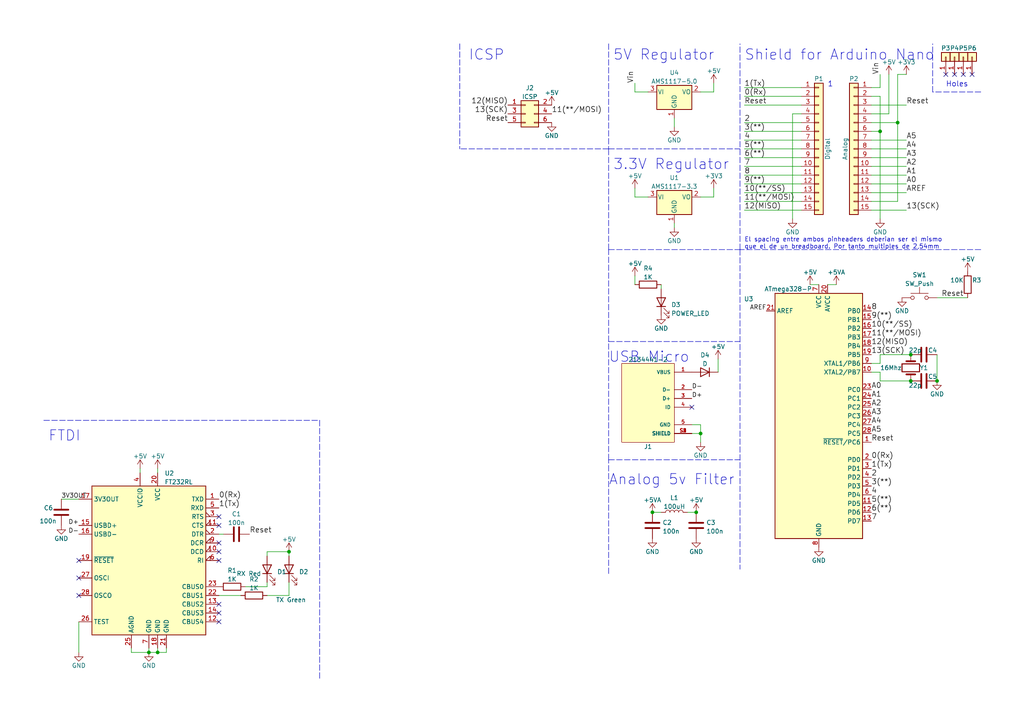
<source format=kicad_sch>
(kicad_sch (version 20211123) (generator eeschema)
  (paper "A4")
  (title_block (date "jeu. 02 avril 2015"))
  (lib_symbols
    (symbol "2134441-2:2134441-2" (pin_names (offset 1.016))
      (property "Reference" "J" (at -7.62 12.7 0))
      (property "Value" "2134441-2" (at -7.62 -17.78 0))
      (symbol "2134441-2_0_0"
        (rectangle (start -7.62 -12.7) (end 7.62 10.16) (stroke (width 0.1524)) (fill (type background)))
        (pin power_in line (at -12.7 7.62 0) (length 5.08) (name "VBUS") (number "1"))
        (pin bidirectional line (at -12.7 2.54 0) (length 5.08) (name "D-") (number "2"))
        (pin bidirectional line (at -12.7 0 0) (length 5.08) (name "D+") (number "3"))
        (pin bidirectional line (at -12.7 -2.54 0) (length 5.08) (name "ID") (number "4"))
        (pin power_in line (at -12.7 -7.62 0) (length 5.08) (name "GND") (number "5"))
        (pin power_in line (at -12.7 -10.16 0) (length 5.08) (name "SHIELD") (number "S1"))
        (pin power_in line (at -12.7 -10.16 0) (length 5.08) (name "SHIELD") (number "S2"))
        (pin power_in line (at -12.7 -10.16 0) (length 5.08) (name "SHIELD") (number "S3"))
        (pin power_in line (at -12.7 -10.16 0) (length 5.08) (name "SHIELD") (number "S4"))
      )
    )
    (symbol "Connector_Generic:Conn_01x01" (pin_names (offset 1.016) hide)
      (property "Reference" "J" (at 0 2.54 0))
      (property "Value" "Conn_01x01" (at 0 -2.54 0))
      (symbol "Conn_01x01_1_1"
        (rectangle (start -1.27 0.127) (end 0 -0.127) (stroke (width 0.1524)))
        (rectangle (start -1.27 1.27) (end 1.27 -1.27) (stroke (width 0.254)) (fill (type background)))
        (pin passive line (at -5.08 0 0) (length 3.81) (name "Pin_1") (number "1"))
      )
    )
    (symbol "Connector_Generic:Conn_01x15" (pin_names (offset 1.016) hide)
      (property "Reference" "J" (at 0 20.32 0))
      (property "Value" "Conn_01x15" (at 0 -20.32 0))
      (symbol "Conn_01x15_1_1"
        (rectangle (start -1.27 -17.653) (end 0 -17.907) (stroke (width 0.1524)))
        (rectangle (start -1.27 -15.113) (end 0 -15.367) (stroke (width 0.1524)))
        (rectangle (start -1.27 -12.573) (end 0 -12.827) (stroke (width 0.1524)))
        (rectangle (start -1.27 -10.033) (end 0 -10.287) (stroke (width 0.1524)))
        (rectangle (start -1.27 -7.493) (end 0 -7.747) (stroke (width 0.1524)))
        (rectangle (start -1.27 -4.953) (end 0 -5.207) (stroke (width 0.1524)))
        (rectangle (start -1.27 -2.413) (end 0 -2.667) (stroke (width 0.1524)))
        (rectangle (start -1.27 0.127) (end 0 -0.127) (stroke (width 0.1524)))
        (rectangle (start -1.27 2.667) (end 0 2.413) (stroke (width 0.1524)))
        (rectangle (start -1.27 5.207) (end 0 4.953) (stroke (width 0.1524)))
        (rectangle (start -1.27 7.747) (end 0 7.493) (stroke (width 0.1524)))
        (rectangle (start -1.27 10.287) (end 0 10.033) (stroke (width 0.1524)))
        (rectangle (start -1.27 12.827) (end 0 12.573) (stroke (width 0.1524)))
        (rectangle (start -1.27 15.367) (end 0 15.113) (stroke (width 0.1524)))
        (rectangle (start -1.27 17.907) (end 0 17.653) (stroke (width 0.1524)))
        (rectangle (start -1.27 19.05) (end 1.27 -19.05) (stroke (width 0.254)) (fill (type background)))
        (pin passive line (at -5.08 17.78 0) (length 3.81) (name "Pin_1") (number "1"))
        (pin passive line (at -5.08 -5.08 0) (length 3.81) (name "Pin_10") (number "10"))
        (pin passive line (at -5.08 -7.62 0) (length 3.81) (name "Pin_11") (number "11"))
        (pin passive line (at -5.08 -10.16 0) (length 3.81) (name "Pin_12") (number "12"))
        (pin passive line (at -5.08 -12.7 0) (length 3.81) (name "Pin_13") (number "13"))
        (pin passive line (at -5.08 -15.24 0) (length 3.81) (name "Pin_14") (number "14"))
        (pin passive line (at -5.08 -17.78 0) (length 3.81) (name "Pin_15") (number "15"))
        (pin passive line (at -5.08 15.24 0) (length 3.81) (name "Pin_2") (number "2"))
        (pin passive line (at -5.08 12.7 0) (length 3.81) (name "Pin_3") (number "3"))
        (pin passive line (at -5.08 10.16 0) (length 3.81) (name "Pin_4") (number "4"))
        (pin passive line (at -5.08 7.62 0) (length 3.81) (name "Pin_5") (number "5"))
        (pin passive line (at -5.08 5.08 0) (length 3.81) (name "Pin_6") (number "6"))
        (pin passive line (at -5.08 2.54 0) (length 3.81) (name "Pin_7") (number "7"))
        (pin passive line (at -5.08 0 0) (length 3.81) (name "Pin_8") (number "8"))
        (pin passive line (at -5.08 -2.54 0) (length 3.81) (name "Pin_9") (number "9"))
      )
    )
    (symbol "Connector_Generic:Conn_02x03_Odd_Even" (pin_names (offset 1.016) hide)
      (property "Reference" "J" (at 1.27 5.08 0))
      (property "Value" "Conn_02x03_Odd_Even" (at 1.27 -5.08 0))
      (symbol "Conn_02x03_Odd_Even_1_1"
        (rectangle (start -1.27 -2.413) (end 0 -2.667) (stroke (width 0.1524)))
        (rectangle (start -1.27 0.127) (end 0 -0.127) (stroke (width 0.1524)))
        (rectangle (start -1.27 2.667) (end 0 2.413) (stroke (width 0.1524)))
        (rectangle (start -1.27 3.81) (end 3.81 -3.81) (stroke (width 0.254)) (fill (type background)))
        (rectangle (start 3.81 -2.413) (end 2.54 -2.667) (stroke (width 0.1524)))
        (rectangle (start 3.81 0.127) (end 2.54 -0.127) (stroke (width 0.1524)))
        (rectangle (start 3.81 2.667) (end 2.54 2.413) (stroke (width 0.1524)))
        (pin passive line (at -5.08 2.54 0) (length 3.81) (name "Pin_1") (number "1"))
        (pin passive line (at 7.62 2.54 180) (length 3.81) (name "Pin_2") (number "2"))
        (pin passive line (at -5.08 0 0) (length 3.81) (name "Pin_3") (number "3"))
        (pin passive line (at 7.62 0 180) (length 3.81) (name "Pin_4") (number "4"))
        (pin passive line (at -5.08 -2.54 0) (length 3.81) (name "Pin_5") (number "5"))
        (pin passive line (at 7.62 -2.54 180) (length 3.81) (name "Pin_6") (number "6"))
      )
    )
    (symbol "Device:C" (pin_numbers hide) (pin_names (offset 0.254))
      (property "Reference" "C" (at 0.635 2.54 0))
      (property "Value" "C" (at 0.635 -2.54 0))
      (symbol "C_0_1"
        (polyline (pts (xy -2.032 -0.762) (xy 2.032 -0.762)) (stroke (width 0.508)))
        (polyline (pts (xy -2.032 0.762) (xy 2.032 0.762)) (stroke (width 0.508)))
      )
      (symbol "C_1_1"
        (pin passive line (at 0 3.81 270) (length 2.794) (name "~") (number "1"))
        (pin passive line (at 0 -3.81 90) (length 2.794) (name "~") (number "2"))
      )
    )
    (symbol "Device:Crystal" (pin_numbers hide) (pin_names (offset 1.016) hide)
      (property "Reference" "Y" (at 0 3.81 0))
      (property "Value" "Crystal" (at 0 -3.81 0))
      (symbol "Crystal_0_1"
        (rectangle (start -1.143 2.54) (end 1.143 -2.54) (stroke (width 0.3048)))
        (polyline (pts (xy -2.54 0) (xy -1.905 0)))
        (polyline (pts (xy -1.905 -1.27) (xy -1.905 1.27)) (stroke (width 0.508)))
        (polyline (pts (xy 1.905 -1.27) (xy 1.905 1.27)) (stroke (width 0.508)))
        (polyline (pts (xy 2.54 0) (xy 1.905 0)))
      )
      (symbol "Crystal_1_1"
        (pin passive line (at -3.81 0 0) (length 1.27) (name "1") (number "1"))
        (pin passive line (at 3.81 0 180) (length 1.27) (name "2") (number "2"))
      )
    )
    (symbol "Device:D" (pin_numbers hide) (pin_names (offset 1.016) hide)
      (property "Reference" "D" (at 0 2.54 0))
      (property "Value" "D" (at 0 -2.54 0))
      (symbol "D_0_1"
        (polyline (pts (xy -1.27 1.27) (xy -1.27 -1.27)) (stroke (width 0.254)))
        (polyline (pts (xy 1.27 0) (xy -1.27 0)))
        (polyline (pts (xy 1.27 1.27) (xy 1.27 -1.27) (xy -1.27 0) (xy 1.27 1.27)) (stroke (width 0.254)))
      )
      (symbol "D_1_1"
        (pin passive line (at -3.81 0 0) (length 2.54) (name "K") (number "1"))
        (pin passive line (at 3.81 0 180) (length 2.54) (name "A") (number "2"))
      )
    )
    (symbol "Device:L" (pin_numbers hide) (pin_names (offset 1.016) hide)
      (property "Reference" "L" (at -1.27 0 90))
      (property "Value" "L" (at 1.905 0 90))
      (symbol "L_0_1"
        (arc (start 0 -2.54) (mid 0.635 -1.905) (end 0 -1.27))
        (arc (start 0 -1.27) (mid 0.635 -0.635) (end 0 0))
        (arc (start 0 0) (mid 0.635 0.635) (end 0 1.27))
        (arc (start 0 1.27) (mid 0.635 1.905) (end 0 2.54))
      )
      (symbol "L_1_1"
        (pin passive line (at 0 3.81 270) (length 1.27) (name "1") (number "1"))
        (pin passive line (at 0 -3.81 90) (length 1.27) (name "2") (number "2"))
      )
    )
    (symbol "Device:LED" (pin_numbers hide) (pin_names (offset 1.016) hide)
      (property "Reference" "D" (at 0 2.54 0))
      (property "Value" "LED" (at 0 -2.54 0))
      (symbol "LED_0_1"
        (polyline (pts (xy -1.27 -1.27) (xy -1.27 1.27)) (stroke (width 0.254)))
        (polyline (pts (xy -1.27 0) (xy 1.27 0)))
        (polyline (pts (xy 1.27 -1.27) (xy 1.27 1.27) (xy -1.27 0) (xy 1.27 -1.27)) (stroke (width 0.254)))
        (polyline (pts (xy -3.048 -0.762) (xy -4.572 -2.286) (xy -3.81 -2.286) (xy -4.572 -2.286) (xy -4.572 -1.524)))
        (polyline (pts (xy -1.778 -0.762) (xy -3.302 -2.286) (xy -2.54 -2.286) (xy -3.302 -2.286) (xy -3.302 -1.524)))
      )
      (symbol "LED_1_1"
        (pin passive line (at -3.81 0 0) (length 2.54) (name "K") (number "1"))
        (pin passive line (at 3.81 0 180) (length 2.54) (name "A") (number "2"))
      )
    )
    (symbol "Device:R" (pin_numbers hide) (pin_names (offset 0))
      (property "Reference" "R" (at 2.032 0 90))
      (property "Value" "R" (at 0 0 90))
      (symbol "R_0_1"
        (rectangle (start -1.016 -2.54) (end 1.016 2.54) (stroke (width 0.254)))
      )
      (symbol "R_1_1"
        (pin passive line (at 0 3.81 270) (length 1.27) (name "~") (number "1"))
        (pin passive line (at 0 -3.81 90) (length 1.27) (name "~") (number "2"))
      )
    )
    (symbol "Interface_USB:FT232RL"
      (property "Reference" "U" (at -16.51 22.86 0))
      (property "Value" "FT232RL" (at 10.16 22.86 0))
      (symbol "FT232RL_0_1"
        (rectangle (start -16.51 21.59) (end 16.51 -21.59) (stroke (width 0.254)) (fill (type background)))
      )
      (symbol "FT232RL_1_1"
        (pin output line (at 20.32 17.78 180) (length 3.81) (name "TXD") (number "1"))
        (pin input input_low (at 20.32 2.54 180) (length 3.81) (name "DCD") (number "10"))
        (pin input input_low (at 20.32 10.16 180) (length 3.81) (name "CTS") (number "11"))
        (pin bidirectional line (at 20.32 -17.78 180) (length 3.81) (name "CBUS4") (number "12"))
        (pin bidirectional line (at 20.32 -12.7 180) (length 3.81) (name "CBUS2") (number "13"))
        (pin bidirectional line (at 20.32 -15.24 180) (length 3.81) (name "CBUS3") (number "14"))
        (pin bidirectional line (at -20.32 10.16 0) (length 3.81) (name "USBD+") (number "15"))
        (pin bidirectional line (at -20.32 7.62 0) (length 3.81) (name "USBD-") (number "16"))
        (pin power_out line (at -20.32 17.78 0) (length 3.81) (name "3V3OUT") (number "17"))
        (pin power_in line (at 2.54 -25.4 90) (length 3.81) (name "GND") (number "18"))
        (pin input line (at -20.32 0 0) (length 3.81) (name "~{RESET}") (number "19"))
        (pin output output_low (at 20.32 7.62 180) (length 3.81) (name "DTR") (number "2"))
        (pin power_in line (at 2.54 25.4 270) (length 3.81) (name "VCC") (number "20"))
        (pin power_in line (at 5.08 -25.4 90) (length 3.81) (name "GND") (number "21"))
        (pin bidirectional line (at 20.32 -10.16 180) (length 3.81) (name "CBUS1") (number "22"))
        (pin bidirectional line (at 20.32 -7.62 180) (length 3.81) (name "CBUS0") (number "23"))
        (pin power_in line (at -5.08 -25.4 90) (length 3.81) (name "AGND") (number "25"))
        (pin input line (at -20.32 -17.78 0) (length 3.81) (name "TEST") (number "26"))
        (pin input line (at -20.32 -5.08 0) (length 3.81) (name "OSCI") (number "27"))
        (pin output line (at -20.32 -10.16 0) (length 3.81) (name "OSCO") (number "28"))
        (pin output output_low (at 20.32 12.7 180) (length 3.81) (name "RTS") (number "3"))
        (pin power_in line (at -2.54 25.4 270) (length 3.81) (name "VCCIO") (number "4"))
        (pin input line (at 20.32 15.24 180) (length 3.81) (name "RXD") (number "5"))
        (pin input input_low (at 20.32 0 180) (length 3.81) (name "RI") (number "6"))
        (pin power_in line (at 0 -25.4 90) (length 3.81) (name "GND") (number "7"))
        (pin input input_low (at 20.32 5.08 180) (length 3.81) (name "DCR") (number "9"))
      )
    )
    (symbol "MCU_Microchip_ATmega:ATmega328-P"
      (property "Reference" "U" (at -12.7 36.83 0))
      (property "Value" "ATmega328-P" (at 2.54 -36.83 0))
      (symbol "ATmega328-P_0_1"
        (rectangle (start -12.7 -35.56) (end 12.7 35.56) (stroke (width 0.254)) (fill (type background)))
      )
      (symbol "ATmega328-P_1_1"
        (pin bidirectional line (at 15.24 -7.62 180) (length 2.54) (name "~{RESET}/PC6") (number "1"))
        (pin bidirectional line (at 15.24 12.7 180) (length 2.54) (name "XTAL2/PB7") (number "10"))
        (pin bidirectional line (at 15.24 -25.4 180) (length 2.54) (name "PD5") (number "11"))
        (pin bidirectional line (at 15.24 -27.94 180) (length 2.54) (name "PD6") (number "12"))
        (pin bidirectional line (at 15.24 -30.48 180) (length 2.54) (name "PD7") (number "13"))
        (pin bidirectional line (at 15.24 30.48 180) (length 2.54) (name "PB0") (number "14"))
        (pin bidirectional line (at 15.24 27.94 180) (length 2.54) (name "PB1") (number "15"))
        (pin bidirectional line (at 15.24 25.4 180) (length 2.54) (name "PB2") (number "16"))
        (pin bidirectional line (at 15.24 22.86 180) (length 2.54) (name "PB3") (number "17"))
        (pin bidirectional line (at 15.24 20.32 180) (length 2.54) (name "PB4") (number "18"))
        (pin bidirectional line (at 15.24 17.78 180) (length 2.54) (name "PB5") (number "19"))
        (pin bidirectional line (at 15.24 -12.7 180) (length 2.54) (name "PD0") (number "2"))
        (pin power_in line (at 2.54 38.1 270) (length 2.54) (name "AVCC") (number "20"))
        (pin passive line (at -15.24 30.48 0) (length 2.54) (name "AREF") (number "21"))
        (pin passive line (at 0 -38.1 90) (length 2.54) hide (name "GND") (number "22"))
        (pin bidirectional line (at 15.24 7.62 180) (length 2.54) (name "PC0") (number "23"))
        (pin bidirectional line (at 15.24 5.08 180) (length 2.54) (name "PC1") (number "24"))
        (pin bidirectional line (at 15.24 2.54 180) (length 2.54) (name "PC2") (number "25"))
        (pin bidirectional line (at 15.24 0 180) (length 2.54) (name "PC3") (number "26"))
        (pin bidirectional line (at 15.24 -2.54 180) (length 2.54) (name "PC4") (number "27"))
        (pin bidirectional line (at 15.24 -5.08 180) (length 2.54) (name "PC5") (number "28"))
        (pin bidirectional line (at 15.24 -15.24 180) (length 2.54) (name "PD1") (number "3"))
        (pin bidirectional line (at 15.24 -17.78 180) (length 2.54) (name "PD2") (number "4"))
        (pin bidirectional line (at 15.24 -20.32 180) (length 2.54) (name "PD3") (number "5"))
        (pin bidirectional line (at 15.24 -22.86 180) (length 2.54) (name "PD4") (number "6"))
        (pin power_in line (at 0 38.1 270) (length 2.54) (name "VCC") (number "7"))
        (pin power_in line (at 0 -38.1 90) (length 2.54) (name "GND") (number "8"))
        (pin bidirectional line (at 15.24 15.24 180) (length 2.54) (name "XTAL1/PB6") (number "9"))
      )
    )
    (symbol "Regulator_Linear:AMS1117-3.3" (pin_names (offset 0.254))
      (property "Reference" "U" (at -3.81 3.175 0))
      (property "Value" "AMS1117-3.3" (at 0 3.175 0))
      (symbol "AMS1117-3.3_0_1"
        (rectangle (start -5.08 -5.08) (end 5.08 1.905) (stroke (width 0.254)) (fill (type background)))
      )
      (symbol "AMS1117-3.3_1_1"
        (pin power_in line (at 0 -7.62 90) (length 2.54) (name "GND") (number "1"))
        (pin power_out line (at 7.62 0 180) (length 2.54) (name "VO") (number "2"))
        (pin power_in line (at -7.62 0 0) (length 2.54) (name "VI") (number "3"))
      )
    )
    (symbol "Regulator_Linear:AMS1117-5.0" (pin_names (offset 0.254))
      (property "Reference" "U" (at -3.81 3.175 0))
      (property "Value" "AMS1117-5.0" (at 0 3.175 0))
      (symbol "AMS1117-5.0_0_1"
        (rectangle (start -5.08 -5.08) (end 5.08 1.905) (stroke (width 0.254)) (fill (type background)))
      )
      (symbol "AMS1117-5.0_1_1"
        (pin power_in line (at 0 -7.62 90) (length 2.54) (name "GND") (number "1"))
        (pin power_out line (at 7.62 0 180) (length 2.54) (name "VO") (number "2"))
        (pin power_in line (at -7.62 0 0) (length 2.54) (name "VI") (number "3"))
      )
    )
    (symbol "Switch:SW_Push" (pin_numbers hide) (pin_names (offset 1.016) hide)
      (property "Reference" "SW" (at 1.27 2.54 0))
      (property "Value" "SW_Push" (at 0 -1.524 0))
      (symbol "SW_Push_0_1"
        (circle (center -2.032 0) (radius 0.508))
        (polyline (pts (xy 0 1.27) (xy 0 3.048)))
        (polyline (pts (xy 2.54 1.27) (xy -2.54 1.27)))
        (circle (center 2.032 0) (radius 0.508))
        (pin passive line (at -5.08 0 0) (length 2.54) (name "1") (number "1"))
        (pin passive line (at 5.08 0 180) (length 2.54) (name "2") (number "2"))
      )
    )
    (symbol "power:+3.3V" (power) (pin_names (offset 0))
      (property "Value" "+3.3V" (at 0 3.556 0))
      (symbol "+3.3V_0_1"
        (polyline (pts (xy -0.762 1.27) (xy 0 2.54)))
        (polyline (pts (xy 0 0) (xy 0 2.54)))
        (polyline (pts (xy 0 2.54) (xy 0.762 1.27)))
      )
      (symbol "+3.3V_1_1"
        (pin power_in line (at 0 0 90) (length 0) hide (name "+3V3") (number "1"))
      )
    )
    (symbol "power:+5V" (power) (pin_names (offset 0))
      (property "Value" "+5V" (at 0 3.556 0))
      (symbol "+5V_0_1"
        (polyline (pts (xy -0.762 1.27) (xy 0 2.54)))
        (polyline (pts (xy 0 0) (xy 0 2.54)))
        (polyline (pts (xy 0 2.54) (xy 0.762 1.27)))
      )
      (symbol "+5V_1_1"
        (pin power_in line (at 0 0 90) (length 0) hide (name "+5V") (number "1"))
      )
    )
    (symbol "power:+5VA" (power) (pin_names (offset 0))
      (property "Value" "+5VA" (at 0 3.556 0))
      (symbol "+5VA_0_1"
        (polyline (pts (xy -0.762 1.27) (xy 0 2.54)))
        (polyline (pts (xy 0 0) (xy 0 2.54)))
        (polyline (pts (xy 0 2.54) (xy 0.762 1.27)))
      )
      (symbol "+5VA_1_1"
        (pin power_in line (at 0 0 90) (length 0) hide (name "+5VA") (number "1"))
      )
    )
    (symbol "power:GND" (power) (pin_names (offset 0))
      (property "Value" "GND" (at 0 -3.81 0))
      (symbol "GND_0_1"
        (polyline (pts (xy 0 0) (xy 0 -1.27) (xy 1.27 -1.27) (xy 0 -2.54) (xy -1.27 -1.27) (xy 0 -1.27)))
      )
      (symbol "GND_1_1"
        (pin power_in line (at 0 0 270) (length 0) hide (name "GND") (number "1"))
      )
    )
  )
  (junction (at 83.82 160.02))
  (junction (at 203.2 125.73))
  (junction (at 45.72 189.23))
  (junction (at 260.35 35.56))
  (junction (at 264.16 102.87))
  (junction (at 255.27 38.1))
  (junction (at 43.18 189.23))
  (junction (at 271.78 110.49))
  (junction (at 189.23 148.59))
  (junction (at 201.93 148.59))
  (junction (at 264.16 110.49))
  (no_connect (at 276.86 21.59))
  (no_connect (at 281.94 21.59))
  (no_connect (at 274.32 21.59))
  (no_connect (at 22.86 167.64))
  (no_connect (at 22.86 162.56))
  (no_connect (at 22.86 172.72))
  (no_connect (at 63.5 180.34))
  (no_connect (at 63.5 177.8))
  (no_connect (at 63.5 175.26))
  (no_connect (at 63.5 149.86))
  (no_connect (at 63.5 160.02))
  (no_connect (at 63.5 162.56))
  (no_connect (at 63.5 152.4))
  (no_connect (at 63.5 157.48))
  (no_connect (at 200.66 118.11))
  (no_connect (at 279.4 21.59))
  (wire (pts (xy 271.78 102.87) (xy 271.78 110.49)))
  (wire (pts (xy 195.58 64.77) (xy 195.58 66.04)))
  (wire (pts (xy 191.77 82.55) (xy 191.77 83.82)))
  (wire (pts (xy 38.1 189.23) (xy 43.18 189.23)))
  (wire (pts (xy 260.35 21.59) (xy 260.35 35.56)))
  (wire (pts (xy 262.89 55.88) (xy 252.73 55.88)))
  (wire (pts (xy 255.27 102.87) (xy 255.27 105.41)))
  (wire (pts (xy 215.9 27.94) (xy 232.41 27.94)))
  (polyline (pts (xy 133.35 12.7) (xy 133.35 43.18)))
  (wire (pts (xy 252.73 105.41) (xy 255.27 105.41)))
  (wire (pts (xy 83.82 160.02) (xy 83.82 161.29)))
  (wire (pts (xy 262.89 48.26) (xy 252.73 48.26)))
  (wire (pts (xy 255.27 25.4) (xy 255.27 21.59)))
  (wire (pts (xy 215.9 40.64) (xy 232.41 40.64)))
  (polyline (pts (xy 176.53 99.06) (xy 214.63 99.06)))
  (wire (pts (xy 215.9 35.56) (xy 232.41 35.56)))
  (wire (pts (xy 203.2 26.67) (xy 207.01 26.67)))
  (polyline (pts (xy 12.7 121.92) (xy 92.71 121.92)))
  (polyline (pts (xy 92.71 121.92) (xy 92.71 196.85)))
  (wire (pts (xy 232.41 30.48) (xy 215.9 30.48)))
  (wire (pts (xy 203.2 57.15) (xy 207.01 57.15)))
  (wire (pts (xy 255.27 107.95) (xy 255.27 110.49)))
  (wire (pts (xy 200.66 125.73) (xy 203.2 125.73)))
  (wire (pts (xy 207.01 24.13) (xy 207.01 26.67)))
  (wire (pts (xy 232.41 43.18) (xy 215.9 43.18)))
  (wire (pts (xy 252.73 25.4) (xy 255.27 25.4)))
  (wire (pts (xy 257.81 33.02) (xy 252.73 33.02)))
  (wire (pts (xy 255.27 38.1) (xy 255.27 27.94)))
  (polyline (pts (xy 284.48 26.67) (xy 270.51 26.67)) (stroke (width 0) (type dash)))
  (polyline (pts (xy 176.53 72.39) (xy 214.63 72.39)))
  (wire (pts (xy 40.64 135.89) (xy 40.64 137.16)))
  (wire (pts (xy 252.73 60.96) (xy 262.89 60.96)))
  (wire (pts (xy 252.73 35.56) (xy 260.35 35.56)))
  (wire (pts (xy 232.41 58.42) (xy 215.9 58.42)))
  (polyline (pts (xy 176.53 133.35) (xy 214.63 133.35)))
  (wire (pts (xy 262.89 45.72) (xy 252.73 45.72)))
  (wire (pts (xy 252.73 43.18) (xy 262.89 43.18)))
  (wire (pts (xy 77.47 172.72) (xy 83.82 172.72)))
  (wire (pts (xy 232.41 48.26) (xy 215.9 48.26)))
  (wire (pts (xy 195.58 34.29) (xy 195.58 36.83)))
  (wire (pts (xy 255.27 110.49) (xy 264.16 110.49)))
  (polyline (pts (xy 214.63 72.39) (xy 214.63 12.7)) (stroke (width 0) (type dash)))
  (wire (pts (xy 252.73 38.1) (xy 255.27 38.1)))
  (polyline (pts (xy 176.53 43.18) (xy 214.63 43.18)))
  (wire (pts (xy 189.23 148.59) (xy 191.77 148.59)))
  (wire (pts (xy 255.27 102.87) (xy 264.16 102.87)))
  (wire (pts (xy 208.28 104.14) (xy 208.28 107.95)))
  (wire (pts (xy 232.41 53.34) (xy 215.9 53.34)))
  (wire (pts (xy 255.27 63.5) (xy 255.27 38.1)))
  (wire (pts (xy 215.9 55.88) (xy 232.41 55.88)))
  (wire (pts (xy 262.89 30.48) (xy 252.73 30.48)))
  (wire (pts (xy 203.2 125.73) (xy 203.2 128.27)))
  (wire (pts (xy 45.72 189.23) (xy 48.26 189.23)))
  (wire (pts (xy 184.15 26.67) (xy 187.96 26.67)))
  (wire (pts (xy 255.27 107.95) (xy 252.73 107.95)))
  (wire (pts (xy 77.47 160.02) (xy 83.82 160.02)))
  (polyline (pts (xy 176.53 166.37) (xy 176.53 133.35)))
  (wire (pts (xy 17.78 144.78) (xy 22.86 144.78)))
  (wire (pts (xy 252.73 50.8) (xy 262.89 50.8)))
  (wire (pts (xy 260.35 21.59) (xy 262.89 21.59)))
  (wire (pts (xy 184.15 80.01) (xy 184.15 82.55)))
  (polyline (pts (xy 214.63 72.39) (xy 214.63 165.1)))
  (wire (pts (xy 43.18 187.96) (xy 43.18 189.23)))
  (polyline (pts (xy 176.53 12.7) (xy 176.53 43.18)))
  (wire (pts (xy 255.27 27.94) (xy 252.73 27.94)))
  (wire (pts (xy 232.41 38.1) (xy 215.9 38.1)))
  (wire (pts (xy 199.39 148.59) (xy 201.93 148.59)))
  (wire (pts (xy 77.47 161.29) (xy 77.47 160.02)))
  (wire (pts (xy 38.1 187.96) (xy 38.1 189.23)))
  (polyline (pts (xy 176.53 72.39) (xy 176.53 43.18)))
  (wire (pts (xy 240.03 82.55) (xy 242.57 82.55)))
  (wire (pts (xy 184.15 54.61) (xy 184.15 57.15)))
  (wire (pts (xy 271.78 86.36) (xy 280.67 86.36)))
  (wire (pts (xy 45.72 135.89) (xy 45.72 137.16)))
  (wire (pts (xy 260.35 58.42) (xy 252.73 58.42)))
  (wire (pts (xy 63.5 154.94) (xy 64.77 154.94)))
  (wire (pts (xy 262.89 40.64) (xy 252.73 40.64)))
  (wire (pts (xy 215.9 60.96) (xy 232.41 60.96)))
  (wire (pts (xy 257.81 21.59) (xy 257.81 33.02)))
  (wire (pts (xy 260.35 35.56) (xy 260.35 58.42)))
  (wire (pts (xy 232.41 25.4) (xy 215.9 25.4)))
  (wire (pts (xy 63.5 172.72) (xy 69.85 172.72)))
  (wire (pts (xy 83.82 172.72) (xy 83.82 168.91)))
  (wire (pts (xy 229.87 33.02) (xy 229.87 63.5)))
  (wire (pts (xy 184.15 57.15) (xy 187.96 57.15)))
  (wire (pts (xy 207.01 57.15) (xy 207.01 54.61)))
  (wire (pts (xy 43.18 189.23) (xy 45.72 189.23)))
  (wire (pts (xy 77.47 168.91) (xy 77.47 170.18)))
  (polyline (pts (xy 176.53 99.06) (xy 176.53 72.39)))
  (wire (pts (xy 22.86 180.34) (xy 22.86 189.23)))
  (wire (pts (xy 184.15 24.13) (xy 184.15 26.67)))
  (wire (pts (xy 234.95 82.55) (xy 237.49 82.55)))
  (polyline (pts (xy 176.53 133.35) (xy 176.53 99.06)))
  (wire (pts (xy 200.66 123.19) (xy 203.2 123.19)))
  (wire (pts (xy 215.9 45.72) (xy 232.41 45.72)))
  (wire (pts (xy 215.9 50.8) (xy 232.41 50.8)))
  (polyline (pts (xy 284.48 72.39) (xy 214.63 72.39)) (stroke (width 0) (type dash)))
  (wire (pts (xy 48.26 189.23) (xy 48.26 187.96)))
  (wire (pts (xy 203.2 123.19) (xy 203.2 125.73)))
  (wire (pts (xy 232.41 33.02) (xy 229.87 33.02)))
  (wire (pts (xy 45.72 187.96) (xy 45.72 189.23)))
  (polyline (pts (xy 270.51 26.67) (xy 270.51 12.7)) (stroke (width 0) (type dash)))
  (wire (pts (xy 71.12 170.18) (xy 77.47 170.18)))
  (polyline (pts (xy 176.53 43.18) (xy 133.35 43.18)))
  (wire (pts (xy 262.89 53.34) (xy 252.73 53.34)))
  (text "Holes" (at 274.32 25.4 0) (effects (font (size 1.524 1.524)) (justify left bottom)))
  (text "El spacing entre ambos pinheaders deberian ser el mismo\nque el de un breadboard. Por tanto multiples de 2,54mm" (at 215.9 72.39 0) (effects (font (size 1.27 1.27)) (justify left bottom)))
  (text "Shield for Arduino Nano" (at 215.9 17.78 0) (effects (font (size 3 3)) (justify left bottom)))
  (text "1" (at 240.03 25.4 0) (effects (font (size 1.524 1.524)) (justify left bottom)))
  (text "Analog 5v Filter" (at 176.53 140.97 0) (effects (font (size 3 3)) (justify left bottom)))
  (text "FTDI" (at 13.97 128.27 0) (effects (font (size 3 3)) (justify left bottom)))
  (text "3.3V Regulator\n" (at 177.8 49.53 0) (effects (font (size 3 3)) (justify left bottom)))
  (text "ICSP" (at 135.89 17.78 0) (effects (font (size 3 3)) (justify left bottom)))
  (text "USB Micro" (at 176.53 105.41 0) (effects (font (size 3 3)) (justify left bottom)))
  (text "5V Regulator\n" (at 177.8 17.78 0) (effects (font (size 3 3)) (justify left bottom)))
  (label "8" (at 215.9 50.8 0) (effects (font (size 1.524 1.524))))
  (label "D+" (at 22.86 152.4 180))
  (label "AREF" (at 222.25 90.17 180))
  (label "A2" (at 262.89 48.26 0) (effects (font (size 1.524 1.524))))
  (label "12(MISO)" (at 215.9 60.96 0) (effects (font (size 1.524 1.524))))
  (label "3V3OUT" (at 17.78 144.78 0))
  (label "A2" (at 252.73 118.11 0) (effects (font (size 1.524 1.524))))
  (label "9(**)" (at 252.73 92.71 0) (effects (font (size 1.524 1.524))))
  (label "0(Rx)" (at 215.9 27.94 0) (effects (font (size 1.524 1.524))))
  (label "13(SCK)" (at 262.89 60.96 0) (effects (font (size 1.524 1.524))))
  (label "2" (at 215.9 35.56 0) (effects (font (size 1.524 1.524))))
  (label "Reset" (at 72.39 154.94 0) (effects (font (size 1.524 1.524))))
  (label "Reset" (at 262.89 30.48 0) (effects (font (size 1.524 1.524))))
  (label "6(**)" (at 252.73 148.59 0) (effects (font (size 1.524 1.524))))
  (label "11(**/MOSI)" (at 252.73 97.79 0) (effects (font (size 1.524 1.524))))
  (label "A5" (at 252.73 125.73 0) (effects (font (size 1.524 1.524))))
  (label "A0" (at 262.89 53.34 0) (effects (font (size 1.524 1.524))))
  (label "A1" (at 262.89 50.8 0) (effects (font (size 1.524 1.524))))
  (label "1(Tx)" (at 63.5 147.32 0) (effects (font (size 1.524 1.524))))
  (label "4" (at 215.9 40.64 0) (effects (font (size 1.524 1.524))))
  (label "13(SCK)" (at 147.32 33.02 180) (effects (font (size 1.524 1.524))))
  (label "5(**)" (at 215.9 43.18 0) (effects (font (size 1.524 1.524))))
  (label "A3" (at 262.89 45.72 0) (effects (font (size 1.524 1.524))))
  (label "1(Tx)" (at 252.73 135.89 0) (effects (font (size 1.524 1.524))))
  (label "12(MISO)" (at 147.32 30.48 180) (effects (font (size 1.524 1.524))))
  (label "7" (at 215.9 48.26 0) (effects (font (size 1.524 1.524))))
  (label "Reset" (at 273.05 86.36 0) (effects (font (size 1.524 1.524))))
  (label "D-" (at 200.66 113.03 0))
  (label "Reset" (at 147.32 35.56 180) (effects (font (size 1.524 1.524))))
  (label "Reset" (at 252.73 128.27 0) (effects (font (size 1.524 1.524))))
  (label "1(Tx)" (at 215.9 25.4 0) (effects (font (size 1.524 1.524))))
  (label "11(**/MOSI)" (at 215.9 58.42 0) (effects (font (size 1.524 1.524))))
  (label "6(**)" (at 215.9 45.72 0) (effects (font (size 1.524 1.524))))
  (label "A5" (at 262.89 40.64 0) (effects (font (size 1.524 1.524))))
  (label "13(SCK)" (at 252.73 102.87 0) (effects (font (size 1.524 1.524))))
  (label "12(MISO)" (at 252.73 100.33 0) (effects (font (size 1.524 1.524))))
  (label "A1" (at 252.73 115.57 0) (effects (font (size 1.524 1.524))))
  (label "0(Rx)" (at 63.5 144.78 0) (effects (font (size 1.524 1.524))))
  (label "D+" (at 200.66 115.57 0))
  (label "3(**)" (at 252.73 140.97 0) (effects (font (size 1.524 1.524))))
  (label "A4" (at 252.73 123.19 0) (effects (font (size 1.524 1.524))))
  (label "4" (at 252.73 143.51 0) (effects (font (size 1.524 1.524))))
  (label "2" (at 252.73 138.43 0) (effects (font (size 1.524 1.524))))
  (label "Vin" (at 255.27 21.59 90) (effects (font (size 1.524 1.524))))
  (label "Vin" (at 184.15 24.13 90) (effects (font (size 1.524 1.524))))
  (label "D-" (at 22.86 154.94 180))
  (label "7" (at 252.73 151.13 0) (effects (font (size 1.524 1.524))))
  (label "11(**/MOSI)" (at 160.02 33.02 0) (effects (font (size 1.524 1.524))))
  (label "0(Rx)" (at 252.73 133.35 0) (effects (font (size 1.524 1.524))))
  (label "Reset" (at 215.9 30.48 0) (effects (font (size 1.524 1.524))))
  (label "A0" (at 252.73 113.03 0) (effects (font (size 1.524 1.524))))
  (label "A3" (at 252.73 120.65 0) (effects (font (size 1.524 1.524))))
  (label "10(**/SS)" (at 252.73 95.25 0) (effects (font (size 1.524 1.524))))
  (label "9(**)" (at 215.9 53.34 0) (effects (font (size 1.524 1.524))))
  (label "3(**)" (at 215.9 38.1 0) (effects (font (size 1.524 1.524))))
  (label "A4" (at 262.89 43.18 0) (effects (font (size 1.524 1.524))))
  (label "10(**/SS)" (at 215.9 55.88 0) (effects (font (size 1.524 1.524))))
  (label "5(**)" (at 252.73 146.05 0) (effects (font (size 1.524 1.524))))
  (label "AREF" (at 262.89 55.88 0) (effects (font (size 1.524 1.524))))
  (label "8" (at 252.73 90.17 0) (effects (font (size 1.524 1.524))))
  (symbol (lib_id "Connector_Generic:Conn_01x01") (at 274.32 16.51 90) (unit 1)
    (property "Reference" "P3" (at 274.32 13.97 90))
    (property "Value" "CONN_01X01" (effects hide))
    (property "Footprint" "Socket_Arduino_Nano:1pin_Nano" (effects hide))
  )
  (symbol (lib_id "Connector_Generic:Conn_01x01") (at 276.86 16.51 90) (unit 1)
    (property "Reference" "P4" (at 276.86 13.97 90))
    (property "Value" "CONN_01X01" (effects hide))
    (property "Footprint" "Socket_Arduino_Nano:1pin_Nano" (effects hide))
  )
  (symbol (lib_id "Connector_Generic:Conn_01x01") (at 279.4 16.51 90) (unit 1)
    (property "Reference" "P5" (at 279.4 13.97 90))
    (property "Value" "CONN_01X01" (effects hide))
    (property "Footprint" "Socket_Arduino_Nano:1pin_Nano" (effects hide))
  )
  (symbol (lib_id "Connector_Generic:Conn_01x01") (at 281.94 16.51 90) (unit 1)
    (property "Reference" "P6" (at 281.94 13.97 90))
    (property "Value" "CONN_01X01" (effects hide))
    (property "Footprint" "Socket_Arduino_Nano:1pin_Nano" (effects hide))
  )
  (symbol (lib_id "Connector_Generic:Conn_01x15") (at 237.49 43.18 0) (unit 1)
    (property "Reference" "P1" (at 237.49 22.86 0))
    (property "Value" "Digital" (at 240.03 43.18 90))
    (property "Footprint" "Connector_PinSocket_2.54mm:PinSocket_1x15_P2.54mm_Vertical" (effects hide))
  )
  (symbol (lib_id "Connector_Generic:Conn_01x15") (at 247.65 43.18 0) (mirror y) (unit 1)
    (property "Reference" "P2" (at 247.65 22.86 0))
    (property "Value" "Analog" (at 245.11 43.18 90))
    (property "Footprint" "Connector_PinSocket_2.54mm:PinSocket_1x15_P2.54mm_Vertical" (effects hide))
  )
  (symbol (lib_id "power:GND") (at 229.87 63.5 0) (unit 1)
    (property "Reference" "#PWR01" (effects hide))
    (property "Value" "GND" (at 229.87 67.31 0))
  )
  (symbol (lib_id "power:GND") (at 255.27 63.5 0) (unit 1)
    (property "Reference" "#PWR02" (effects hide))
    (property "Value" "GND" (at 255.27 67.31 0))
  )
  (symbol (lib_id "power:+5V") (at 45.72 135.89 0) (unit 1)
    (property "Reference" "#PWR0114" (effects hide))
    (property "Value" "+5V" (at 45.72 132.3142 0))
  )
  (symbol (lib_id "Device:C") (at 267.97 102.87 90) (unit 1)
    (property "Reference" "C4" (at 270.51 101.6 90))
    (property "Value" "22p" (at 265.43 101.6 90))
    (property "Footprint" "Capacitor_SMD:C_1206_3216Metric_Pad1.33x1.80mm_HandSolder" (effects hide))
  )
  (symbol (lib_id "Device:C") (at 68.58 154.94 90) (unit 1)
    (property "Reference" "C1" (at 68.58 149.0812 90))
    (property "Value" "100n" (at 68.58 151.6181 90))
    (property "Footprint" "Capacitor_SMD:C_1206_3216Metric_Pad1.33x1.80mm_HandSolder" (effects hide))
  )
  (symbol (lib_id "power:+5VA") (at 242.57 82.55 0) (unit 1)
    (property "Reference" "#PWR0107" (effects hide))
    (property "Value" "+5VA" (at 242.57 78.9742 0))
  )
  (symbol (lib_id "Interface_USB:FT232RL") (at 43.18 162.56 0) (unit 1)
    (property "Reference" "U2" (at 47.7394 137.2702 0) (effects (justify left)))
    (property "Value" "FT232RL" (at 47.7394 139.8071 0) (effects (justify left)))
    (property "Footprint" "Package_SO:SSOP-28_5.3x10.2mm_P0.65mm" (effects hide))
    (property "Datasheet" "https://www.ftdichip.com/Support/Documents/DataSheets/ICs/DS_FT232R.pdf" (effects hide))
  )
  (symbol (lib_id "power:+5V") (at 184.15 80.01 0) (unit 1)
    (property "Reference" "#PWR0120" (effects hide))
    (property "Value" "+5V" (at 184.15 76.4342 0))
  )
  (symbol (lib_id "power:GND") (at 195.58 36.83 0) (unit 1)
    (property "Reference" "#PWR0128" (effects hide))
    (property "Value" "GND" (at 195.58 40.64 0))
  )
  (symbol (lib_id "power:+5V") (at 207.01 24.13 0) (unit 1)
    (property "Reference" "#PWR0127" (effects hide))
    (property "Value" "+5V" (at 207.01 20.5542 0))
  )
  (symbol (lib_id "power:GND") (at 22.86 189.23 0) (unit 1)
    (property "Reference" "#PWR0110" (effects hide))
    (property "Value" "GND" (at 22.86 193.04 0))
  )
  (symbol (lib_id "Device:C") (at 17.78 148.59 180) (unit 1)
    (property "Reference" "C6" (at 12.7 147.32 0) (effects (justify right)))
    (property "Value" "100n" (at 11.43 151.13 0) (effects (justify right)))
    (property "Footprint" "Capacitor_SMD:C_1206_3216Metric_Pad1.33x1.80mm_HandSolder" (effects hide))
  )
  (symbol (lib_id "power:GND") (at 43.18 189.23 0) (unit 1)
    (property "Reference" "#PWR0109" (effects hide))
    (property "Value" "GND" (at 43.18 193.04 0))
  )
  (symbol (lib_id "Device:R") (at 67.31 170.18 90) (unit 1)
    (property "Reference" "R1" (at 67.31 165.4642 90))
    (property "Value" "1K" (at 67.31 168.0011 90))
    (property "Footprint" "Resistor_SMD:R_1206_3216Metric_Pad1.30x1.75mm_HandSolder" (effects hide))
  )
  (symbol (lib_id "Switch:SW_Push") (at 266.7 86.36 0) (unit 1)
    (property "Reference" "SW1" (at 266.7 79.7392 0))
    (property "Value" "SW_Push" (at 266.7 82.2761 0))
    (property "Footprint" "Footprints_priv:SW_PTS526_SM08_SMTR2_LFS" (effects hide))
  )
  (symbol (lib_id "power:+5V") (at 201.93 148.59 0) (unit 1)
    (property "Reference" "#PWR0111" (effects hide))
    (property "Value" "+5V" (at 201.93 145.0142 0))
  )
  (symbol (lib_id "power:+5V") (at 40.64 135.89 0) (unit 1)
    (property "Reference" "#PWR0115" (effects hide))
    (property "Value" "+5V" (at 40.64 132.3142 0))
  )
  (symbol (lib_id "power:+5V") (at 234.95 82.55 0) (unit 1)
    (property "Reference" "#PWR0103" (effects hide))
    (property "Value" "+5V" (at 234.95 78.9742 0))
  )
  (symbol (lib_id "Device:R") (at 280.67 82.55 0) (unit 1)
    (property "Reference" "R3" (at 281.94 81.28 0) (effects (justify left)))
    (property "Value" "10K" (at 275.59 81.28 0) (effects (justify left)))
    (property "Footprint" "Resistor_SMD:R_1206_3216Metric_Pad1.30x1.75mm_HandSolder" (effects hide))
  )
  (symbol (lib_id "power:+5V") (at 184.15 54.61 0) (unit 1)
    (property "Reference" "#PWR0123" (effects hide))
    (property "Value" "+5V" (at 184.15 51.0342 0))
  )
  (symbol (lib_id "Device:Crystal") (at 264.16 106.68 90) (unit 1)
    (property "Reference" "Y1" (at 266.7 106.68 90) (effects (justify right)))
    (property "Value" "16Mhz" (at 255.27 106.68 90) (effects (justify right)))
    (property "Footprint" "Crystal:Crystal_HC49-4H_Vertical" (effects hide))
  )
  (symbol (lib_id "power:+5V") (at 257.81 21.59 0) (unit 1)
    (property "Reference" "#PWR0101" (effects hide))
    (property "Value" "+5V" (at 257.81 18.0142 0))
  )
  (symbol (lib_id "power:+3.3V") (at 262.89 21.59 0) (unit 1)
    (property "Reference" "#PWR0102" (effects hide))
    (property "Value" "+3.3V" (at 262.89 18.0142 0))
  )
  (symbol (lib_id "power:GND") (at 189.23 156.21 0) (unit 1)
    (property "Reference" "#PWR0113" (effects hide))
    (property "Value" "GND" (at 189.23 160.02 0))
  )
  (symbol (lib_id "Device:L") (at 195.58 148.59 90) (unit 1)
    (property "Reference" "L1" (at 195.58 144.3822 90))
    (property "Value" "100uH" (at 195.58 146.9191 90))
    (property "Footprint" "Inductor_SMD:L_1812_4532Metric" (effects hide))
  )
  (symbol (lib_id "power:GND") (at 271.78 110.49 0) (unit 1)
    (property "Reference" "#PWR0118" (effects hide))
    (property "Value" "GND" (at 271.78 114.3 0))
  )
  (symbol (lib_id "power:+5V") (at 208.28 104.14 0) (unit 1)
    (property "Reference" "#PWR0121" (effects hide))
    (property "Value" "+5V" (at 208.28 100.5642 0))
  )
  (symbol (lib_id "power:GND") (at 203.2 128.27 0) (unit 1)
    (property "Reference" "#PWR0125" (effects hide))
    (property "Value" "GND" (at 203.2 132.08 0))
  )
  (symbol (lib_id "power:GND") (at 237.49 158.75 0) (unit 1)
    (property "Reference" "#PWR0106" (effects hide))
    (property "Value" "GND" (at 237.49 162.56 0))
  )
  (symbol (lib_id "Device:LED") (at 77.47 165.1 90) (unit 1)
    (property "Reference" "D1" (at 80.391 165.8528 90) (effects (justify right)))
    (property "Value" "RX Red" (at 68.58 166.37 90) (effects (justify right)))
    (property "Footprint" "LED_THT:LED_D3.0mm" (effects hide))
  )
  (symbol (lib_id "Device:C") (at 267.97 110.49 90) (unit 1)
    (property "Reference" "C5" (at 270.51 109.22 90))
    (property "Value" "22p" (at 265.43 111.76 90))
    (property "Footprint" "Capacitor_SMD:C_1206_3216Metric_Pad1.33x1.80mm_HandSolder" (effects hide))
  )
  (symbol (lib_id "Device:C") (at 201.93 152.4 0) (unit 1)
    (property "Reference" "C3" (at 204.851 151.5653 0) (effects (justify left)))
    (property "Value" "100n" (at 204.851 154.1022 0) (effects (justify left)))
    (property "Footprint" "Capacitor_SMD:C_1206_3216Metric_Pad1.33x1.80mm_HandSolder" (effects hide))
  )
  (symbol (lib_id "Device:LED") (at 191.77 87.63 90) (unit 1)
    (property "Reference" "D3" (at 194.691 88.3828 90) (effects (justify right)))
    (property "Value" "POWER_LED" (at 194.691 90.9197 90) (effects (justify right)))
    (property "Footprint" "LED_THT:LED_D3.0mm" (effects hide))
  )
  (symbol (lib_id "power:+5V") (at 280.67 78.74 0) (unit 1)
    (property "Reference" "#PWR0104" (effects hide))
    (property "Value" "+5V" (at 280.67 75.1642 0))
  )
  (symbol (lib_id "Regulator_Linear:AMS1117-3.3") (at 195.58 57.15 0) (unit 1)
    (property "Reference" "U1" (at 195.58 51.5452 0))
    (property "Value" "AMS1117-3.3" (at 195.58 54.0821 0))
    (property "Footprint" "Package_TO_SOT_SMD:SOT-223-3_TabPin2" (effects hide))
    (property "Datasheet" "http://www.advanced-monolithic.com/pdf/ds1117.pdf" (effects hide))
  )
  (symbol (lib_id "Device:R") (at 73.66 172.72 90) (unit 1)
    (property "Reference" "R2" (at 73.66 168.0042 90))
    (property "Value" "1K" (at 73.66 170.5411 90))
    (property "Footprint" "Resistor_SMD:R_1206_3216Metric_Pad1.30x1.75mm_HandSolder" (effects hide))
  )
  (symbol (lib_id "2134441-2:2134441-2") (at 187.96 115.57 0) (mirror y) (unit 1)
    (property "Reference" "J1" (at 187.96 129.54 0))
    (property "Value" "2134441-2" (at 187.96 104.2979 0))
    (property "Footprint" "TE:TE_2134441-2" (effects hide))
    (property "MAXIMUM_PACKAGE_HEIGHT" "1.6mm" (effects hide))
    (property "STANDARD" "Manufacturer recommendations" (effects hide))
    (property "PARTREV" "A" (effects hide))
    (property "MANUFACTURER" "TE Connectivity" (effects hide))
  )
  (symbol (lib_id "power:GND") (at 191.77 91.44 0) (unit 1)
    (property "Reference" "#PWR0119" (effects hide))
    (property "Value" "GND" (at 191.77 95.25 0))
  )
  (symbol (lib_id "power:GND") (at 17.78 152.4 0) (unit 1)
    (property "Reference" "#PWR0126" (effects hide))
    (property "Value" "GND" (at 17.78 156.21 0))
  )
  (symbol (lib_id "Device:LED") (at 83.82 165.1 90) (unit 1)
    (property "Reference" "D2" (at 86.741 165.8528 90) (effects (justify right)))
    (property "Value" "TX Green" (at 80.01 173.99 90) (effects (justify right)))
    (property "Footprint" "LED_THT:LED_D3.0mm" (effects hide))
  )
  (symbol (lib_id "Device:C") (at 189.23 152.4 0) (unit 1)
    (property "Reference" "C2" (at 192.151 151.5653 0) (effects (justify left)))
    (property "Value" "100n" (at 192.151 154.1022 0) (effects (justify left)))
    (property "Footprint" "Capacitor_SMD:C_1206_3216Metric_Pad1.33x1.80mm_HandSolder" (effects hide))
  )
  (symbol (lib_id "power:+3.3V") (at 207.01 54.61 0) (unit 1)
    (property "Reference" "#PWR0122" (effects hide))
    (property "Value" "+3.3V" (at 207.01 51.0342 0))
  )
  (symbol (lib_id "power:GND") (at 195.58 66.04 0) (unit 1)
    (property "Reference" "#PWR0124" (effects hide))
    (property "Value" "GND" (at 195.58 69.85 0))
  )
  (symbol (lib_id "Regulator_Linear:AMS1117-5.0") (at 195.58 26.67 0) (unit 1)
    (property "Reference" "U4" (at 195.58 21.0652 0))
    (property "Value" "AMS1117-5.0" (at 195.58 23.6021 0))
    (property "Footprint" "Package_TO_SOT_SMD:SOT-223-3_TabPin2" (effects hide))
    (property "Datasheet" "http://www.advanced-monolithic.com/pdf/ds1117.pdf" (effects hide))
  )
  (symbol (lib_id "power:GND") (at 261.62 86.36 0) (unit 1)
    (property "Reference" "#PWR0105" (effects hide))
    (property "Value" "GND" (at 261.62 90.17 0))
  )
  (symbol (lib_id "power:+5VA") (at 189.23 148.59 0) (unit 1)
    (property "Reference" "#PWR0108" (effects hide))
    (property "Value" "+5VA" (at 189.23 145.0142 0))
  )
  (symbol (lib_id "power:+5V") (at 160.02 30.48 0) (unit 1)
    (property "Reference" "#PWR0129" (effects hide))
    (property "Value" "+5V" (at 160.02 26.9042 0))
  )
  (symbol (lib_id "Connector_Generic:Conn_02x03_Odd_Even") (at 152.4 33.02 0) (unit 1)
    (property "Reference" "J2" (at 153.67 25.5102 0))
    (property "Value" "ICSP" (at 153.67 28.0471 0))
    (property "Footprint" "Footprints_priv:ICSP_Spring_Conn" (effects hide))
  )
  (symbol (lib_id "Device:R") (at 187.96 82.55 90) (unit 1)
    (property "Reference" "R4" (at 187.96 77.8342 90))
    (property "Value" "1K" (at 187.96 80.3711 90))
    (property "Footprint" "Resistor_SMD:R_1206_3216Metric_Pad1.30x1.75mm_HandSolder" (effects hide))
  )
  (symbol (lib_id "power:GND") (at 201.93 156.21 0) (unit 1)
    (property "Reference" "#PWR0112" (effects hide))
    (property "Value" "GND" (at 201.93 160.02 0))
  )
  (symbol (lib_id "power:+5V") (at 83.82 160.02 0) (unit 1)
    (property "Reference" "#PWR0117" (effects hide))
    (property "Value" "+5V" (at 83.82 156.4442 0))
  )
  (symbol (lib_id "power:GND") (at 160.02 35.56 0) (unit 1)
    (property "Reference" "#PWR0130" (effects hide))
    (property "Value" "GND" (at 160.02 39.37 0))
  )
  (symbol (lib_id "Device:D") (at 204.47 107.95 180) (unit 1)
    (property "Reference" "D4" (at 204.47 102.9802 0))
    (property "Value" "D" (at 204.47 105.5171 0))
    (property "Footprint" "Diode_SMD:D_1210_3225Metric_Pad1.42x2.65mm_HandSolder" (effects hide))
  )
  (symbol (lib_id "MCU_Microchip_ATmega:ATmega328-P") (at 237.49 120.65 0) (unit 1)
    (property "Reference" "U3" (at 217.1451 86.7116 0))
    (property "Value" "ATmega328-P" (at 228.6 83.82 0))
    (property "Footprint" "Package_DIP:DIP-28_W7.62mm" (effects hide))
    (property "Datasheet" "http://ww1.microchip.com/downloads/en/DeviceDoc/ATmega328_P%20AVR%20MCU%20with%20picoPower%20Technology%20Data%20Sheet%2040001984A.pdf" (effects hide))
  )
)
</source>
